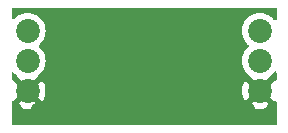
<source format=gbr>
%TF.GenerationSoftware,KiCad,Pcbnew,8.0.0~rc1-b65fa46c3c~176~ubuntu22.04.1*%
%TF.CreationDate,2024-01-23T20:31:51+05:30*%
%TF.ProjectId,Band_MODULE_V1_00,42616e64-5f4d-44f4-9455-4c455f56315f,rev?*%
%TF.SameCoordinates,Original*%
%TF.FileFunction,Copper,L2,Bot*%
%TF.FilePolarity,Positive*%
%FSLAX46Y46*%
G04 Gerber Fmt 4.6, Leading zero omitted, Abs format (unit mm)*
G04 Created by KiCad (PCBNEW 8.0.0~rc1-b65fa46c3c~176~ubuntu22.04.1) date 2024-01-23 20:31:51*
%MOMM*%
%LPD*%
G01*
G04 APERTURE LIST*
%TA.AperFunction,ComponentPad*%
%ADD10C,2.020000*%
%TD*%
%TA.AperFunction,ViaPad*%
%ADD11C,0.800000*%
%TD*%
G04 APERTURE END LIST*
D10*
%TO.P,J1,1*%
%TO.N,Net-(C1-Pad1)*%
X101380000Y-101500000D03*
%TO.P,J1,2*%
X101380000Y-104040000D03*
%TO.P,J1,3*%
%TO.N,GND*%
X101380000Y-106580000D03*
%TD*%
%TO.P,J2,1*%
%TO.N,Net-(C7-Pad2)*%
X121050000Y-101500000D03*
%TO.P,J2,2*%
X121050000Y-104040000D03*
%TO.P,J2,3*%
%TO.N,GND*%
X121050000Y-106580000D03*
%TD*%
D11*
%TO.N,GND*%
X112680000Y-108970000D03*
X101540000Y-109000000D03*
X117410000Y-99960000D03*
X103475000Y-99975000D03*
X108800000Y-99975000D03*
X102090000Y-108010000D03*
X116190000Y-100010000D03*
X113630000Y-108990000D03*
X117640000Y-109000000D03*
X107990000Y-106690000D03*
X112990000Y-103710000D03*
X105670000Y-99980000D03*
X115630000Y-108990000D03*
X119800000Y-109000000D03*
X110760000Y-99970000D03*
X118900000Y-100025000D03*
X104620000Y-108980000D03*
X102660000Y-108985000D03*
X118760000Y-108985000D03*
X113600000Y-100000000D03*
X120190000Y-108040000D03*
X105570000Y-109000000D03*
X100480000Y-107990000D03*
X103700000Y-109000000D03*
X105730000Y-107960000D03*
X111760000Y-108990000D03*
X108540000Y-108980000D03*
X114540000Y-108990000D03*
X112210000Y-99990000D03*
X114560000Y-107970000D03*
X120720000Y-108980000D03*
X107680000Y-99990000D03*
X116580000Y-108990000D03*
X122010000Y-108030000D03*
X106500000Y-108980000D03*
X100480000Y-108990000D03*
X121670000Y-109000000D03*
X115440000Y-107450000D03*
X109840000Y-99990000D03*
X106620000Y-99980000D03*
X104580000Y-99980000D03*
X110720000Y-108975000D03*
X113810000Y-103710000D03*
X116230000Y-107950000D03*
X114820000Y-99990000D03*
X107590000Y-108980000D03*
X109600000Y-108990000D03*
%TD*%
%TA.AperFunction,Conductor*%
%TO.N,GND*%
G36*
X122417539Y-99545185D02*
G01*
X122463294Y-99597989D01*
X122474500Y-99649500D01*
X122474500Y-100493619D01*
X122454815Y-100560658D01*
X122402011Y-100606413D01*
X122332853Y-100616357D01*
X122269297Y-100587332D01*
X122256210Y-100574151D01*
X122186210Y-100492192D01*
X122127062Y-100422938D01*
X122006898Y-100320308D01*
X121945309Y-100267706D01*
X121945306Y-100267705D01*
X121741516Y-100142821D01*
X121741513Y-100142819D01*
X121520693Y-100051354D01*
X121288283Y-99995557D01*
X121050000Y-99976804D01*
X120811716Y-99995557D01*
X120579306Y-100051354D01*
X120579305Y-100051354D01*
X120358486Y-100142819D01*
X120358483Y-100142821D01*
X120154693Y-100267705D01*
X120154690Y-100267706D01*
X119972938Y-100422938D01*
X119817706Y-100604690D01*
X119817705Y-100604693D01*
X119692821Y-100808483D01*
X119692819Y-100808486D01*
X119601354Y-101029305D01*
X119601354Y-101029306D01*
X119545557Y-101261716D01*
X119526804Y-101500000D01*
X119545557Y-101738283D01*
X119601354Y-101970693D01*
X119601354Y-101970694D01*
X119692819Y-102191513D01*
X119692821Y-102191516D01*
X119817705Y-102395306D01*
X119817706Y-102395309D01*
X119817709Y-102395312D01*
X119972938Y-102577062D01*
X120080156Y-102668634D01*
X120088440Y-102675710D01*
X120126633Y-102734217D01*
X120127131Y-102804085D01*
X120089778Y-102863131D01*
X120088440Y-102864290D01*
X119972938Y-102962938D01*
X119817706Y-103144690D01*
X119817705Y-103144693D01*
X119692821Y-103348483D01*
X119692819Y-103348486D01*
X119601354Y-103569305D01*
X119601354Y-103569306D01*
X119545557Y-103801716D01*
X119526804Y-104040000D01*
X119545557Y-104278283D01*
X119601354Y-104510693D01*
X119601354Y-104510694D01*
X119692819Y-104731513D01*
X119692821Y-104731516D01*
X119817705Y-104935306D01*
X119817706Y-104935309D01*
X119817709Y-104935312D01*
X119972938Y-105117062D01*
X120127330Y-105248925D01*
X120165523Y-105307432D01*
X120168842Y-105345289D01*
X120912425Y-106088871D01*
X120853147Y-106104755D01*
X120736853Y-106171898D01*
X120641898Y-106266853D01*
X120574755Y-106383147D01*
X120558871Y-106442424D01*
X119817592Y-105701145D01*
X119700419Y-105892357D01*
X119700414Y-105892366D01*
X119609462Y-106111944D01*
X119553978Y-106343056D01*
X119535331Y-106580000D01*
X119553978Y-106816943D01*
X119609462Y-107048055D01*
X119700417Y-107267641D01*
X119700419Y-107267644D01*
X119817592Y-107458853D01*
X120558871Y-106717574D01*
X120574755Y-106776853D01*
X120641898Y-106893147D01*
X120736853Y-106988102D01*
X120853147Y-107055245D01*
X120912424Y-107071128D01*
X120171145Y-107812406D01*
X120362355Y-107929580D01*
X120362358Y-107929582D01*
X120581944Y-108020537D01*
X120813057Y-108076021D01*
X120813056Y-108076021D01*
X121050000Y-108094668D01*
X121286943Y-108076021D01*
X121518055Y-108020537D01*
X121737641Y-107929582D01*
X121737644Y-107929580D01*
X121928853Y-107812406D01*
X121187575Y-107071127D01*
X121246853Y-107055245D01*
X121363147Y-106988102D01*
X121458102Y-106893147D01*
X121525245Y-106776853D01*
X121541128Y-106717575D01*
X122282405Y-107458852D01*
X122335924Y-107452518D01*
X122404812Y-107464185D01*
X122456457Y-107511245D01*
X122474500Y-107575658D01*
X122474500Y-109350500D01*
X122454815Y-109417539D01*
X122402011Y-109463294D01*
X122350500Y-109474500D01*
X100149500Y-109474500D01*
X100082461Y-109454815D01*
X100036706Y-109402011D01*
X100025500Y-109350500D01*
X100025500Y-107583944D01*
X100045185Y-107516905D01*
X100097989Y-107471150D01*
X100142220Y-107464225D01*
X100888871Y-106717574D01*
X100904755Y-106776853D01*
X100971898Y-106893147D01*
X101066853Y-106988102D01*
X101183147Y-107055245D01*
X101242424Y-107071128D01*
X100501145Y-107812406D01*
X100692355Y-107929580D01*
X100692358Y-107929582D01*
X100911944Y-108020537D01*
X101143057Y-108076021D01*
X101143056Y-108076021D01*
X101380000Y-108094668D01*
X101616943Y-108076021D01*
X101848055Y-108020537D01*
X102067641Y-107929582D01*
X102067644Y-107929580D01*
X102258853Y-107812406D01*
X101517575Y-107071127D01*
X101576853Y-107055245D01*
X101693147Y-106988102D01*
X101788102Y-106893147D01*
X101855245Y-106776853D01*
X101871128Y-106717575D01*
X102612406Y-107458853D01*
X102729580Y-107267644D01*
X102729582Y-107267641D01*
X102820537Y-107048055D01*
X102876021Y-106816943D01*
X102894668Y-106580000D01*
X102876021Y-106343056D01*
X102820537Y-106111944D01*
X102729582Y-105892358D01*
X102729580Y-105892355D01*
X102612406Y-105701145D01*
X101871127Y-106442423D01*
X101855245Y-106383147D01*
X101788102Y-106266853D01*
X101693147Y-106171898D01*
X101576853Y-106104755D01*
X101517574Y-106088871D01*
X102262385Y-105344060D01*
X102271727Y-105288904D01*
X102302669Y-105248926D01*
X102443858Y-105128339D01*
X102457062Y-105117062D01*
X102612291Y-104935312D01*
X102737178Y-104731517D01*
X102737180Y-104731513D01*
X102828645Y-104510694D01*
X102828645Y-104510693D01*
X102884442Y-104278283D01*
X102884443Y-104278280D01*
X102903196Y-104040000D01*
X102884443Y-103801720D01*
X102828645Y-103569307D01*
X102828645Y-103569306D01*
X102828645Y-103569305D01*
X102737180Y-103348486D01*
X102737178Y-103348483D01*
X102612294Y-103144693D01*
X102612293Y-103144690D01*
X102516210Y-103032192D01*
X102457062Y-102962938D01*
X102457060Y-102962936D01*
X102457059Y-102962935D01*
X102341560Y-102864290D01*
X102303366Y-102805784D01*
X102302867Y-102735916D01*
X102340221Y-102676869D01*
X102341560Y-102675710D01*
X102443858Y-102588339D01*
X102457062Y-102577062D01*
X102612291Y-102395312D01*
X102737178Y-102191517D01*
X102737180Y-102191513D01*
X102828645Y-101970694D01*
X102828645Y-101970693D01*
X102884442Y-101738283D01*
X102884443Y-101738280D01*
X102903196Y-101500000D01*
X102884443Y-101261720D01*
X102828645Y-101029307D01*
X102828645Y-101029306D01*
X102828645Y-101029305D01*
X102737180Y-100808486D01*
X102737178Y-100808483D01*
X102612294Y-100604693D01*
X102612293Y-100604690D01*
X102516210Y-100492192D01*
X102457062Y-100422938D01*
X102336898Y-100320308D01*
X102275309Y-100267706D01*
X102275306Y-100267705D01*
X102071516Y-100142821D01*
X102071513Y-100142819D01*
X101850693Y-100051354D01*
X101618283Y-99995557D01*
X101380000Y-99976804D01*
X101141716Y-99995557D01*
X100909306Y-100051354D01*
X100909305Y-100051354D01*
X100688486Y-100142819D01*
X100688483Y-100142821D01*
X100484693Y-100267705D01*
X100484690Y-100267706D01*
X100302938Y-100422938D01*
X100243790Y-100492192D01*
X100185283Y-100530385D01*
X100115416Y-100530884D01*
X100056369Y-100493530D01*
X100026891Y-100430183D01*
X100025500Y-100411660D01*
X100025500Y-99649500D01*
X100045185Y-99582461D01*
X100097989Y-99536706D01*
X100149500Y-99525500D01*
X122350500Y-99525500D01*
X122417539Y-99545185D01*
G37*
%TD.AperFunction*%
%TA.AperFunction,Conductor*%
G36*
X100230703Y-105034626D02*
G01*
X100243780Y-105047797D01*
X100302935Y-105117059D01*
X100302938Y-105117062D01*
X100457330Y-105248925D01*
X100495523Y-105307432D01*
X100498842Y-105345289D01*
X101242425Y-106088871D01*
X101183147Y-106104755D01*
X101066853Y-106171898D01*
X100971898Y-106266853D01*
X100904755Y-106383147D01*
X100888871Y-106442424D01*
X100141883Y-105695436D01*
X100095185Y-105687526D01*
X100043541Y-105640465D01*
X100025500Y-105576054D01*
X100025500Y-105128339D01*
X100045185Y-105061300D01*
X100097989Y-105015545D01*
X100167147Y-105005601D01*
X100230703Y-105034626D01*
G37*
%TD.AperFunction*%
%TA.AperFunction,Conductor*%
G36*
X122443631Y-104964510D02*
G01*
X122473109Y-105027857D01*
X122474500Y-105046380D01*
X122474500Y-105584340D01*
X122454815Y-105651379D01*
X122402011Y-105697134D01*
X122335925Y-105707480D01*
X122282406Y-105701145D01*
X121541127Y-106442423D01*
X121525245Y-106383147D01*
X121458102Y-106266853D01*
X121363147Y-106171898D01*
X121246853Y-106104755D01*
X121187574Y-106088871D01*
X121932385Y-105344060D01*
X121941727Y-105288904D01*
X121972669Y-105248926D01*
X122113858Y-105128339D01*
X122127062Y-105117062D01*
X122256210Y-104965849D01*
X122314716Y-104927655D01*
X122384584Y-104927156D01*
X122443631Y-104964510D01*
G37*
%TD.AperFunction*%
%TD*%
M02*

</source>
